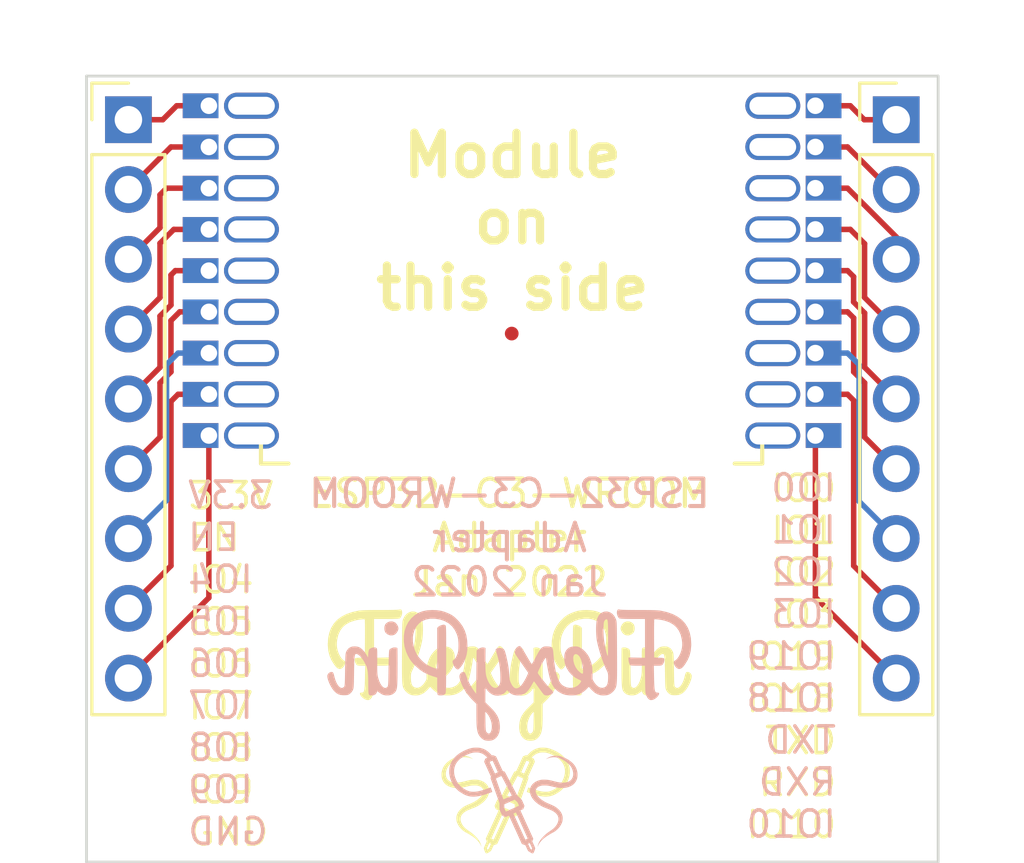
<source format=kicad_pcb>
(kicad_pcb (version 20221232) (generator pcbnew)
  (layers (0 "F.Cu" signal) (31 "B.Cu" signal) (34 "B.Paste" user) (35 "F.Paste" user) (36 "B.SilkS" user "B.Silkscreen") (37 "F.SilkS" user "F.Silkscreen") (38 "B.Mask" user) (39 "F.Mask" user) (44 "Edge.Cuts" user))
  (net 0 "")
  (net 1 "/GND")
  (net 2 "/EN")
  (net 3 "/IO2")
  (net 4 "/IO19")
  (net 5 "/IO18")
  (net 6 "/IO5")
  (net 7 "/IO4")
  (net 8 "/IO0")
  (net 9 "/3.3V")
  (net 10 "/IO6")
  (net 11 "/IO7")
  (net 12 "/IO8")
  (net 13 "/IO3")
  (net 14 "/IO9")
  (net 15 "/IO10")
  (net 16 "/IO1")
  (net 17 "/TXD")
  (net 18 "/RXD")
  (footprint "Connector_PinHeader_2.54mm:PinHeader_1x09_P2.54mm_Vertical" (layer "F.Cu") (at 162.052 81.788)
    (fp_text reference "J22" hide)
    (fp_text value "Conn_01x09")
    (pad "1" thru_hole rect locked (at 0 0) (size 1.7 1.7) (drill 1) (layers *.Cu *.Mask) (net 8 "/IO0"))
    (pad "2" thru_hole oval locked (at 0 2.54) (size 1.7 1.7) (drill 1) (layers *.Cu *.Mask) (net 16 "/IO1"))
    (pad "3" thru_hole oval locked (at 0 5.08) (size 1.7 1.7) (drill 1) (layers *.Cu *.Mask) (net 3 "/IO2"))
    (pad "4" thru_hole oval locked (at 0 7.62) (size 1.7 1.7) (drill 1) (layers *.Cu *.Mask) (net 13 "/IO3"))
    (pad "5" thru_hole oval locked (at 0 10.16) (size 1.7 1.7) (drill 1) (layers *.Cu *.Mask) (net 4 "/IO19"))
    (pad "6" thru_hole oval locked (at 0 12.7) (size 1.7 1.7) (drill 1) (layers *.Cu *.Mask) (net 5 "/IO18"))
    (pad "7" thru_hole oval locked (at 0 15.24) (size 1.7 1.7) (drill 1) (layers *.Cu *.Mask) (net 17 "/TXD"))
    (pad "8" thru_hole oval locked (at 0 17.78) (size 1.7 1.7) (drill 1) (layers *.Cu *.Mask) (net 18 "/RXD"))
    (pad "9" thru_hole oval locked (at 0 20.32) (size 1.7 1.7) (drill 1) (layers *.Cu *.Mask) (net 15 "/IO10"))
  )
  (footprint "FlexyPin:FlexyPin_1x01" (layer "F.Cu") (at 159.11 82.78 180)
    (fp_text reference "J12" hide)
    (fp_text value "Conn_01x01")
    (pad "" thru_hole oval (at 1.55 0) (size 2 0.95) (drill oval 1.7 0.65) (layers *.Cu *.Mask))
    (pad "1" thru_hole rect (at 0 0 180) (size 1.3 0.9) (drill 0.6 (offset -0.3 0)) (layers *.Cu *.Mask) (net 16 "/IO1"))
  )
  (footprint "FlexyPin:FlexyPin_1x01" (layer "F.Cu") (at 137.04 90.28)
    (fp_text reference "J9" hide)
    (fp_text value "Conn_01x01")
    (pad "" thru_hole oval (at 1.55 0 180) (size 2 0.95) (drill oval 1.7 0.65) (layers *.Cu *.Mask))
    (pad "1" thru_hole rect (at 0 0) (size 1.3 0.9) (drill 0.6 (offset -0.3 0)) (layers *.Cu *.Mask) (net 12 "/IO8"))
  )
  (footprint "FlexyPin:FlexyPin_1x01" (layer "F.Cu") (at 137.04 85.78)
    (fp_text reference "J5" hide)
    (fp_text value "Conn_01x01")
    (pad "" thru_hole oval (at 1.55 0 180) (size 2 0.95) (drill oval 1.7 0.65) (layers *.Cu *.Mask))
    (pad "1" thru_hole rect (at 0 0) (size 1.3 0.9) (drill 0.6 (offset -0.3 0)) (layers *.Cu *.Mask) (net 6 "/IO5"))
  )
  (footprint "Connector_PinHeader_2.54mm:PinHeader_1x09_P2.54mm_Vertical" (layer "F.Cu") (at 134.112 81.788)
    (fp_text reference "J1" hide)
    (fp_text value "Conn_01x09")
    (pad "1" thru_hole rect locked (at 0 0) (size 1.7 1.7) (drill 1) (layers *.Cu *.Mask) (net 9 "/3.3V"))
    (pad "2" thru_hole oval locked (at 0 2.54) (size 1.7 1.7) (drill 1) (layers *.Cu *.Mask) (net 2 "/EN"))
    (pad "3" thru_hole oval locked (at 0 5.08) (size 1.7 1.7) (drill 1) (layers *.Cu *.Mask) (net 7 "/IO4"))
    (pad "4" thru_hole oval locked (at 0 7.62) (size 1.7 1.7) (drill 1) (layers *.Cu *.Mask) (net 6 "/IO5"))
    (pad "5" thru_hole oval locked (at 0 10.16) (size 1.7 1.7) (drill 1) (layers *.Cu *.Mask) (net 10 "/IO6"))
    (pad "6" thru_hole oval locked (at 0 12.7) (size 1.7 1.7) (drill 1) (layers *.Cu *.Mask) (net 11 "/IO7"))
    (pad "7" thru_hole oval locked (at 0 15.24) (size 1.7 1.7) (drill 1) (layers *.Cu *.Mask) (net 12 "/IO8"))
    (pad "8" thru_hole oval locked (at 0 17.78) (size 1.7 1.7) (drill 1) (layers *.Cu *.Mask) (net 14 "/IO9"))
    (pad "9" thru_hole oval locked (at 0 20.32) (size 1.7 1.7) (drill 1) (layers *.Cu *.Mask) (net 1 "/GND"))
  )
  (footprint "FlexyPin:FlexyPin_1x01" (layer "F.Cu") (at 159.11 87.28 180)
    (fp_text reference "J15" hide)
    (fp_text value "Conn_01x01")
    (pad "" thru_hole oval (at 1.55 0) (size 2 0.95) (drill oval 1.7 0.65) (layers *.Cu *.Mask))
    (pad "1" thru_hole rect (at 0 0 180) (size 1.3 0.9) (drill 0.6 (offset -0.3 0)) (layers *.Cu *.Mask) (net 4 "/IO19"))
  )
  (footprint "FlexyPin:FlexyPin_1x01" (layer "F.Cu") (at 159.11 91.78 180)
    (fp_text reference "J18" hide)
    (fp_text value "Conn_01x01")
    (pad "" thru_hole oval (at 1.55 0) (size 2 0.95) (drill oval 1.7 0.65) (layers *.Cu *.Mask))
    (pad "1" thru_hole rect (at 0 0 180) (size 1.3 0.9) (drill 0.6 (offset -0.3 0)) (layers *.Cu *.Mask) (net 18 "/RXD"))
  )
  (footprint "FlexyPin:FlexyPin_1x01" (layer "F.Cu") (at 159.11 90.28 180)
    (fp_text reference "J17" hide)
    (fp_text value "Conn_01x01")
    (pad "" thru_hole oval (at 1.55 0) (size 2 0.95) (drill oval 1.7 0.65) (layers *.Cu *.Mask))
    (pad "1" thru_hole rect (at 0 0 180) (size 1.3 0.9) (drill 0.6 (offset -0.3 0)) (layers *.Cu *.Mask) (net 17 "/TXD"))
  )
  (footprint "LOGO" (layer "F.Cu") (at 148 102)
    (fp_text reference "G***" hide)
    (fp_text value "LOGO" hide)
  )
  (footprint "FlexyPin:FlexyPin_1x01" (layer "F.Cu") (at 159.11 85.78 180)
    (fp_text reference "J14" hide)
    (fp_text value "Conn_01x01")
    (pad "" thru_hole oval (at 1.55 0) (size 2 0.95) (drill oval 1.7 0.65) (layers *.Cu *.Mask))
    (pad "1" thru_hole rect (at 0 0 180) (size 1.3 0.9) (drill 0.6 (offset -0.3 0)) (layers *.Cu *.Mask) (net 13 "/IO3"))
  )
  (footprint "FlexyPin:FlexyPin_1x01" (layer "F.Cu") (at 137.04 88.78)
    (fp_text reference "J8" hide)
    (fp_text value "Conn_01x01")
    (pad "" thru_hole oval (at 1.55 0 180) (size 2 0.95) (drill oval 1.7 0.65) (layers *.Cu *.Mask))
    (pad "1" thru_hole rect (at 0 0) (size 1.3 0.9) (drill 0.6 (offset -0.3 0)) (layers *.Cu *.Mask) (net 11 "/IO7"))
  )
  (footprint "FlexyPin:FlexyPin_1x01" (layer "F.Cu") (at 137.04 93.28)
    (fp_text reference "J23" hide)
    (fp_text value "Conn_01x01")
    (pad "" thru_hole oval (at 1.55 0 180) (size 2 0.95) (drill oval 1.7 0.65) (layers *.Cu *.Mask))
    (pad "1" thru_hole rect (at 0 0) (size 1.3 0.9) (drill 0.6 (offset -0.3 0)) (layers *.Cu *.Mask) (net 1 "/GND"))
  )
  (footprint "FlexyPin:FlexyPin_1x01" (layer "F.Cu") (at 137.04 82.78)
    (fp_text reference "J3" hide)
    (fp_text value "Conn_01x01")
    (pad "" thru_hole oval (at 1.55 0 180) (size 2 0.95) (drill oval 1.7 0.65) (layers *.Cu *.Mask))
    (pad "1" thru_hole rect (at 0 0) (size 1.3 0.9) (drill 0.6 (offset -0.3 0)) (layers *.Cu *.Mask) (net 2 "/EN"))
  )
  (footprint "FlexyPin:FlexyPin_1x01" (layer "F.Cu") (at 137.04 87.28)
    (fp_text reference "J7" hide)
    (fp_text value "Conn_01x01")
    (pad "" thru_hole oval (at 1.55 0 180) (size 2 0.95) (drill oval 1.7 0.65) (layers *.Cu *.Mask))
    (pad "1" thru_hole rect (at 0 0) (size 1.3 0.9) (drill 0.6 (offset -0.3 0)) (layers *.Cu *.Mask) (net 10 "/IO6"))
  )
  (footprint "FlexyPin:FlexyPin_1x01" (layer "F.Cu") (at 159.11 84.28 180)
    (fp_text reference "J13" hide)
    (fp_text value "Conn_01x01")
    (pad "" thru_hole oval (at 1.55 0) (size 2 0.95) (drill oval 1.7 0.65) (layers *.Cu *.Mask))
    (pad "1" thru_hole rect (at 0 0 180) (size 1.3 0.9) (drill 0.6 (offset -0.3 0)) (layers *.Cu *.Mask) (net 3 "/IO2"))
  )
  (footprint "FlexyPin:FlexyPin_1x01" (layer "F.Cu") (at 159.11 81.28 180)
    (fp_text reference "J11" hide)
    (fp_text value "Conn_01x01")
    (pad "" thru_hole oval (at 1.55 0) (size 2 0.95) (drill oval 1.7 0.65) (layers *.Cu *.Mask))
    (pad "1" thru_hole rect (at 0 0 180) (size 1.3 0.9) (drill 0.6 (offset -0.3 0)) (layers *.Cu *.Mask) (net 8 "/IO0"))
  )
  (footprint "FlexyPin:FlexyPin_1x01" (layer "F.Cu") (at 137.04 91.78)
    (fp_text reference "J10" hide)
    (fp_text value "Conn_01x01")
    (pad "" thru_hole oval (at 1.55 0 180) (size 2 0.95) (drill oval 1.7 0.65) (layers *.Cu *.Mask))
    (pad "1" thru_hole rect (at 0 0) (size 1.3 0.9) (drill 0.6 (offset -0.3 0)) (layers *.Cu *.Mask) (net 14 "/IO9"))
  )
  (footprint "Fiducial:Fiducial_0.5mm_Mask1.5mm" (layer "F.Cu") (at 148.06 89.57)
    (fp_text reference "REF**" hide)
    (fp_text value "Fiducial_0.5mm_Mask1.5mm")
    (pad "" smd circle (at 0 0) (size 0.5 0.5) (layers "F.Cu") (clearance 0.5))
  )
  (footprint "FlexyPin:FlexyPin_1x01" (layer "F.Cu") (at 137.04 84.28)
    (fp_text reference "J4" hide)
    (fp_text value "Conn_01x01")
    (pad "" thru_hole oval (at 1.55 0 180) (size 2 0.95) (drill oval 1.7 0.65) (layers *.Cu *.Mask))
    (pad "1" thru_hole rect (at 0 0) (size 1.3 0.9) (drill 0.6 (offset -0.3 0)) (layers *.Cu *.Mask) (net 7 "/IO4"))
  )
  (footprint "Symbols_Extra:SolderParty-New-Logo_5x4.2mm_SilkScreen" (layer "F.Cu") (at 148 106.4)
    (fp_text reference "G***" hide)
    (fp_text value "LOGO" hide)
  )
  (footprint "FlexyPin:FlexyPin_1x01" (layer "F.Cu") (at 159.11 93.28 180)
    (fp_text reference "J6" hide)
    (fp_text value "Conn_01x01")
    (pad "" thru_hole oval (at 1.55 0) (size 2 0.95) (drill oval 1.7 0.65) (layers *.Cu *.Mask))
    (pad "1" thru_hole rect (at 0 0 180) (size 1.3 0.9) (drill 0.6 (offset -0.3 0)) (layers *.Cu *.Mask) (net 15 "/IO10"))
  )
  (footprint "FlexyPin:FlexyPin_1x01" (layer "F.Cu") (at 137.04 81.28)
    (fp_text reference "J2" hide)
    (fp_text value "Conn_01x01")
    (pad "" thru_hole oval (at 1.55 0 180) (size 2 0.95) (drill oval 1.7 0.65) (layers *.Cu *.Mask))
    (pad "1" thru_hole rect (at 0 0) (size 1.3 0.9) (drill 0.6 (offset -0.3 0)) (layers *.Cu *.Mask) (net 9 "/3.3V"))
  )
  (footprint "FlexyPin:FlexyPin_1x01" (layer "F.Cu") (at 159.11 88.78 180)
    (fp_text reference "J16" hide)
    (fp_text value "Conn_01x01")
    (pad "" thru_hole oval (at 1.55 0) (size 2 0.95) (drill oval 1.7 0.65) (layers *.Cu *.Mask))
    (pad "1" thru_hole rect (at 0 0 180) (size 1.3 0.9) (drill 0.6 (offset -0.3 0)) (layers *.Cu *.Mask) (net 5 "/IO18"))
  )
  (footprint "LOGO" (layer "B.Cu") (at 147.96 102 180)
    (fp_text reference "G***" hide)
    (fp_text value "LOGO" hide)
  )
  (footprint "Symbols_Extra:SolderParty-New-Logo_5x4.2mm_SilkScreen" (layer "B.Cu") (at 147.96 106.4 180)
    (fp_text reference "G***" hide)
    (fp_text value "LOGO" hide)
  )
  (gr_line (start 138.935 94.3) (end 139.935 94.3) (stroke (width 0.15)) (layer "F.SilkS"))
  (gr_line (start 138.935 93.52) (end 138.935 94.3) (stroke (width 0.15)) (layer "F.SilkS"))
  (gr_line (start 157.175 93.52) (end 157.175 94.3) (stroke (width 0.15)) (layer "F.SilkS"))
  (gr_line (start 157.175 94.3) (end 156.175 94.3) (stroke (width 0.15)) (layer "F.SilkS"))
  (gr_line (start 132.588 80.2) (end 163.576 80.2) (stroke (width 0.1)) (layer "Edge.Cuts"))
  (gr_line (start 163.576 108.8) (end 132.588 108.8) (stroke (width 0.1)) (layer "Edge.Cuts"))
  (gr_line (start 163.576 80.2) (end 163.576 108.8) (stroke (width 0.1)) (layer "Edge.Cuts"))
  (gr_line (start 132.588 108.8) (end 132.588 80.2) (stroke (width 0.1)) (layer "Edge.Cuts"))
  (gr_text "3.3V\nEN\nIO4\nIO5\nIO6\nIO7\nIO8\nIO9\nGND" (at 136.200184 101.570996) (layer "B.SilkS") (effects (font (size 0.95 0.95) (thickness 0.13)) (justify right mirror)))
  (gr_text "ESP32-C3-WROOM\nAdapter\nJan 2022" (at 147.98 97) (layer "B.SilkS") (effects (font (size 1 1)) (justify mirror)))
  (gr_text "IO0\nIO1\nIO2\nIO3\nIO19\nIO18\nTXD\nRXD\nIO10" (at 159.941778 101.302898) (layer "B.SilkS") (effects (font (size 0.95 0.95) (thickness 0.13)) (justify left mirror)))
  (gr_text "Module\non\nthis side" (at 148.09 85.5) (layer "F.SilkS") (effects (font (size 1.5 1.5) (thickness 0.3) bold)))
  (gr_text "3.3V\nEN\nIO4\nIO5\nIO6\nIO7\nIO8\nIO9\nGND" (at 136.225 101.592581) (layer "F.SilkS") (effects (font (size 0.95 0.95) (thickness 0.13)) (justify left)))
  (gr_text "ESP32-C3-WROOM\nAdapter\nJan 2022" (at 147.98 97) (layer "F.SilkS") (effects (font (size 1 1))))
  (gr_text "IO0\nIO1\nIO2\nIO3\nIO19\nIO18\nTXD\nRXD\nIO10" (at 159.95 101.325) (layer "F.SilkS") (effects (font (size 0.95 0.95) (thickness 0.13)) (justify right)))
  (segment (start 137.04 99.18) (end 137.04 93.28) (width 0.2) (layer "F.Cu") (net 1))
  (segment (start 134.112 102.108) (end 137.04 99.18) (width 0.2) (layer "F.Cu") (net 1))
  (segment (start 135.66 82.78) (end 137.04 82.78) (width 0.2) (layer "F.Cu") (net 2))
  (segment (start 134.112 84.328) (end 135.66 82.78) (width 0.2) (layer "F.Cu") (net 2))
  (segment (start 160.28 84.28) (end 162.052 86.052) (width 0.2) (layer "F.Cu") (net 3))
  (segment (start 159.11 84.28) (end 160.28 84.28) (width 0.2) (layer "F.Cu") (net 3))
  (segment (start 162.052 86.052) (end 162.052 86.868) (width 0.2) (layer "F.Cu") (net 3))
  (segment (start 160.902489 88.823495) (end 160.902489 90.798489) (width 0.2) (layer "F.Cu") (net 4))
  (segment (start 160.50048 87.50048) (end 160.50048 88.421486) (width 0.2) (layer "F.Cu") (net 4))
  (segment (start 160.50048 88.421486) (end 160.902489 88.823495) (width 0.2) (layer "F.Cu") (net 4))
  (segment (start 159.11 87.28) (end 160.28 87.28) (width 0.2) (layer "F.Cu") (net 4))
  (segment (start 161.948 91.948) (end 162.052 91.948) (width 0.2) (layer "F.Cu") (net 4))
  (segment (start 160.902489 90.798489) (end 162.052 91.948) (width 0.2) (layer "F.Cu") (net 4))
  (segment (start 160.28 87.28) (end 160.50048 87.50048) (width 0.2) (layer "F.Cu") (net 4))
  (segment (start 160.502969 89.002969) (end 160.50297 90.963976) (width 0.2) (layer "F.Cu") (net 5))
  (segment (start 159.11 88.78) (end 160.28 88.78) (width 0.2) (layer "F.Cu") (net 5))
  (segment (start 160.50297 90.963976) (end 160.902489 91.363495) (width 0.2) (layer "F.Cu") (net 5))
  (segment (start 160.902489 91.363495) (end 160.902489 93.338489) (width 0.2) (layer "F.Cu") (net 5))
  (segment (start 160.28 88.78) (end 160.502969 89.002969) (width 0.2) (layer "F.Cu") (net 5))
  (segment (start 160.902489 93.338489) (end 162.052 94.488) (width 0.2) (layer "F.Cu") (net 5))
  (segment (start 135.261511 86.283495) (end 135.765006 85.78) (width 0.2) (layer "F.Cu") (net 6))
  (segment (start 135.261511 88.258489) (end 135.261511 86.283495) (width 0.2) (layer "F.Cu") (net 6))
  (segment (start 134.112 89.408) (end 135.261511 88.258489) (width 0.2) (layer "F.Cu") (net 6))
  (segment (start 135.765006 85.78) (end 137.04 85.78) (width 0.2) (layer "F.Cu") (net 6))
  (segment (start 135.261511 84.519244) (end 135.500755 84.28) (width 0.2) (layer "F.Cu") (net 7))
  (segment (start 134.112 86.868) (end 135.261511 85.718489) (width 0.2) (layer "F.Cu") (net 7))
  (segment (start 135.261511 85.718489) (end 135.261511 84.519244) (width 0.2) (layer "F.Cu") (net 7))
  (segment (start 135.500755 84.28) (end 137.04 84.28) (width 0.2) (layer "F.Cu") (net 7))
  (segment (start 159.11 81.28) (end 160.38 81.28) (width 0.2) (layer "F.Cu") (net 8))
  (segment (start 160.38 81.28) (end 160.888 81.788) (width 0.2) (layer "F.Cu") (net 8))
  (segment (start 160.888 81.788) (end 162.052 81.788) (width 0.2) (layer "F.Cu") (net 8))
  (segment (start 137.04 81.28) (end 135.87 81.28) (width 0.2) (layer "F.Cu") (net 9))
  (segment (start 135.362 81.788) (end 134.112 81.788) (width 0.2) (layer "F.Cu") (net 9))
  (segment (start 135.87 81.28) (end 135.362 81.788) (width 0.2) (layer "F.Cu") (net 9))
  (segment (start 134.112 91.948) (end 135.261511 90.798489) (width 0.2) (layer "F.Cu") (net 10))
  (segment (start 135.261511 90.798489) (end 135.261511 88.931856) (width 0.2) (layer "F.Cu") (net 10))
  (segment (start 135.66103 88.532337) (end 135.66103 87.43897) (width 0.2) (layer "F.Cu") (net 10))
  (segment (start 135.82 87.28) (end 137.04 87.28) (width 0.2) (layer "F.Cu") (net 10))
  (segment (start 135.66103 87.43897) (end 135.82 87.28) (width 0.2) (layer "F.Cu") (net 10))
  (segment (start 135.261511 88.931856) (end 135.66103 88.532337) (width 0.2) (layer "F.Cu") (net 10))
  (segment (start 135.978373 88.78) (end 137.04 88.78) (width 0.2) (layer "F.Cu") (net 11))
  (segment (start 135.261511 91.363495) (end 135.661031 90.963975) (width 0.2) (layer "F.Cu") (net 11))
  (segment (start 135.661031 90.963975) (end 135.661031 89.097342) (width 0.2) (layer "F.Cu") (net 11))
  (segment (start 135.661031 89.097342) (end 135.978373 88.78) (width 0.2) (layer "F.Cu") (net 11))
  (segment (start 135.261511 93.338489) (end 135.261511 91.363495) (width 0.2) (layer "F.Cu") (net 11))
  (segment (start 134.112 94.488) (end 135.261511 93.338489) (width 0.2) (layer "F.Cu") (net 11))
  (segment (start 135.5 95.64) (end 135.5 90.7) (width 0.2) (layer "B.Cu") (net 12))
  (segment (start 134.112 97.028) (end 135.5 95.64) (width 0.2) (layer "B.Cu") (net 12))
  (segment (start 135.92 90.28) (end 137.04 90.28) (width 0.2) (layer "B.Cu") (net 12))
  (segment (start 135.5 90.7) (end 135.92 90.28) (width 0.2) (layer "B.Cu") (net 12))
  (segment (start 160.38 85.78) (end 160.9 86.3) (width 0.2) (layer "F.Cu") (net 13))
  (segment (start 159.11 85.78) (end 160.38 85.78) (width 0.2) (layer "F.Cu") (net 13))
  (segment (start 160.9 86.3) (end 160.9 88.256) (width 0.2) (layer "F.Cu") (net 13))
  (segment (start 160.9 88.256) (end 162.052 89.408) (width 0.2) (layer "F.Cu") (net 13))
  (segment (start 135.661031 98.018969) (end 135.661031 92.038969) (width 0.2) (layer "F.Cu") (net 14))
  (segment (start 134.112 99.568) (end 135.661031 98.018969) (width 0.2) (layer "F.Cu") (net 14))
  (segment (start 135.661031 92.038969) (end 135.92 91.78) (width 0.2) (layer "F.Cu") (net 14))
  (segment (start 135.92 91.78) (end 137.04 91.78) (width 0.2) (layer "F.Cu") (net 14))
  (segment (start 159.11 99.166) (end 162.052 102.108) (width 0.2) (layer "F.Cu") (net 15))
  (segment (start 159.11 93.28) (end 159.11 99.166) (width 0.2) (layer "F.Cu") (net 15))
  (segment (start 161.828 84.328) (end 162.052 84.328) (width 0.2) (layer "F.Cu") (net 16))
  (segment (start 160.28 82.78) (end 161.828 84.328) (width 0.2) (layer "F.Cu") (net 16))
  (segment (start 159.11 82.78) (end 160.28 82.78) (width 0.2) (layer "F.Cu") (net 16))
  (segment (start 160.7 90.7) (end 160.28 90.28) (width 0.2) (layer "B.Cu") (net 17))
  (segment (start 160.28 90.28) (end 159.11 90.28) (width 0.2) (layer "B.Cu") (net 17))
  (segment (start 160.7 95.676) (end 160.7 90.7) (width 0.2) (layer "B.Cu") (net 17))
  (segment (start 162.052 97.028) (end 160.7 95.676) (width 0.2) (layer "B.Cu") (net 17))
  (segment (start 160.28 91.78) (end 160.502969 92.002969) (width 0.2) (layer "F.Cu") (net 18))
  (segment (start 160.502969 92.002969) (end 160.502969 98.018969) (width 0.2) (layer "F.Cu") (net 18))
  (segment (start 159.11 91.78) (end 160.28 91.78) (width 0.2) (layer "F.Cu") (net 18))
  (segment (start 160.502969 98.018969) (end 162.052 99.568) (width 0.2) (layer "F.Cu") (net 18))
)
</source>
